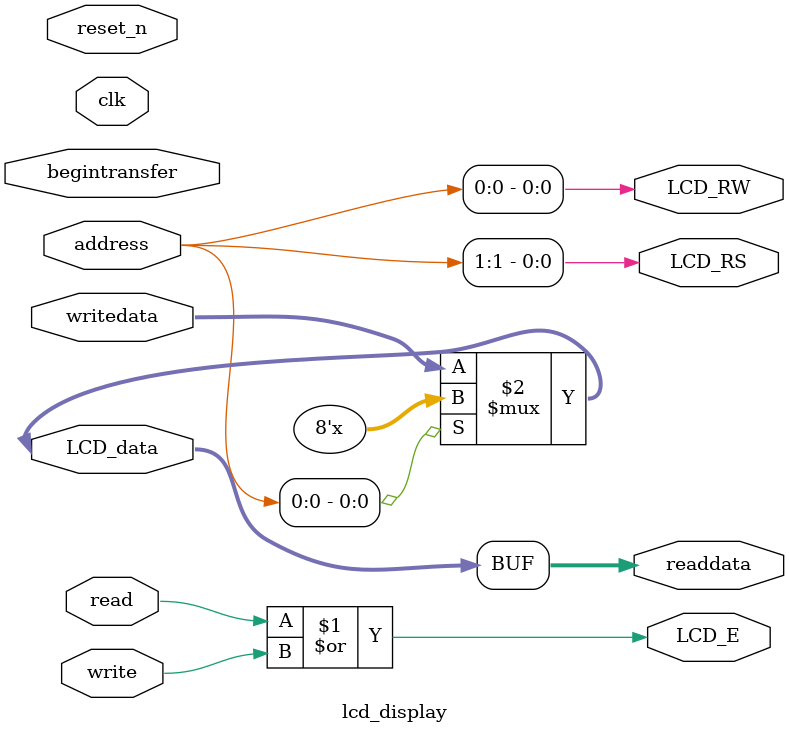
<source format=v>

`timescale 1ns / 1ps
// synthesis translate_on

// turn off superfluous verilog processor warnings 
// altera message_level Level1 
// altera message_off 10034 10035 10036 10037 10230 10240 10030 

module lcd_display (
                     // inputs:
                      address,
                      begintransfer,
                      clk,
                      read,
                      reset_n,
                      write,
                      writedata,

                     // outputs:
                      LCD_E,
                      LCD_RS,
                      LCD_RW,
                      LCD_data,
                      readdata
                   )
;

  output           LCD_E;
  output           LCD_RS;
  output           LCD_RW;
  inout   [  7: 0] LCD_data;
  output  [  7: 0] readdata;
  input   [  1: 0] address;
  input            begintransfer;
  input            clk;
  input            read;
  input            reset_n;
  input            write;
  input   [  7: 0] writedata;

  wire             LCD_E;
  wire             LCD_RS;
  wire             LCD_RW;
  wire    [  7: 0] LCD_data;
  wire    [  7: 0] readdata;
  assign LCD_RW = address[0];
  assign LCD_RS = address[1];
  assign LCD_E = read | write;
  assign LCD_data = (address[0]) ? 8'bz : writedata;
  assign readdata = LCD_data;
  //control_slave, which is an e_avalon_slave

endmodule


</source>
